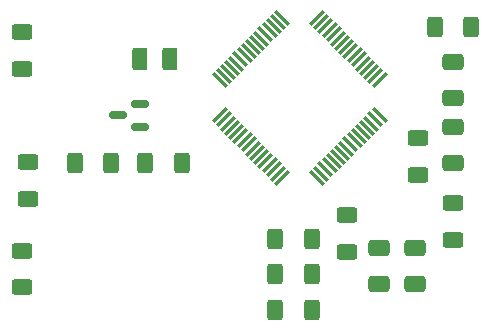
<source format=gbr>
G04 #@! TF.GenerationSoftware,KiCad,Pcbnew,9.0.2*
G04 #@! TF.CreationDate,2025-08-18T13:33:17+03:00*
G04 #@! TF.ProjectId,tickbox,7469636b-626f-4782-9e6b-696361645f70,rev?*
G04 #@! TF.SameCoordinates,Original*
G04 #@! TF.FileFunction,Paste,Top*
G04 #@! TF.FilePolarity,Positive*
%FSLAX46Y46*%
G04 Gerber Fmt 4.6, Leading zero omitted, Abs format (unit mm)*
G04 Created by KiCad (PCBNEW 9.0.2) date 2025-08-18 13:33:17*
%MOMM*%
%LPD*%
G01*
G04 APERTURE LIST*
G04 Aperture macros list*
%AMRoundRect*
0 Rectangle with rounded corners*
0 $1 Rounding radius*
0 $2 $3 $4 $5 $6 $7 $8 $9 X,Y pos of 4 corners*
0 Add a 4 corners polygon primitive as box body*
4,1,4,$2,$3,$4,$5,$6,$7,$8,$9,$2,$3,0*
0 Add four circle primitives for the rounded corners*
1,1,$1+$1,$2,$3*
1,1,$1+$1,$4,$5*
1,1,$1+$1,$6,$7*
1,1,$1+$1,$8,$9*
0 Add four rect primitives between the rounded corners*
20,1,$1+$1,$2,$3,$4,$5,0*
20,1,$1+$1,$4,$5,$6,$7,0*
20,1,$1+$1,$6,$7,$8,$9,0*
20,1,$1+$1,$8,$9,$2,$3,0*%
%AMRotRect*
0 Rectangle, with rotation*
0 The origin of the aperture is its center*
0 $1 length*
0 $2 width*
0 $3 Rotation angle, in degrees counterclockwise*
0 Add horizontal line*
21,1,$1,$2,0,0,$3*%
G04 Aperture macros list end*
%ADD10RoundRect,0.250000X0.650000X-0.412500X0.650000X0.412500X-0.650000X0.412500X-0.650000X-0.412500X0*%
%ADD11RoundRect,0.250000X0.400000X0.625000X-0.400000X0.625000X-0.400000X-0.625000X0.400000X-0.625000X0*%
%ADD12RoundRect,0.190500X0.444500X-0.762000X0.444500X0.762000X-0.444500X0.762000X-0.444500X-0.762000X0*%
%ADD13RoundRect,0.250000X0.625000X-0.400000X0.625000X0.400000X-0.625000X0.400000X-0.625000X-0.400000X0*%
%ADD14RoundRect,0.250000X-0.400000X-0.625000X0.400000X-0.625000X0.400000X0.625000X-0.400000X0.625000X0*%
%ADD15RoundRect,0.250000X-0.650000X0.412500X-0.650000X-0.412500X0.650000X-0.412500X0.650000X0.412500X0*%
%ADD16RotRect,0.300000X1.675000X225.000000*%
%ADD17RotRect,0.300000X1.675000X135.000000*%
%ADD18RoundRect,0.150000X0.587500X0.150000X-0.587500X0.150000X-0.587500X-0.150000X0.587500X-0.150000X0*%
%ADD19RoundRect,0.250000X-0.625000X0.400000X-0.625000X-0.400000X0.625000X-0.400000X0.625000X0.400000X0*%
G04 APERTURE END LIST*
D10*
X70250000Y-57812500D03*
X70250000Y-54687500D03*
D11*
X50550000Y-47500000D03*
X47450000Y-47500000D03*
D12*
X49500000Y-38750000D03*
X47000000Y-38750000D03*
D13*
X37500000Y-50550000D03*
X37500000Y-47450000D03*
D14*
X41450000Y-47500000D03*
X44550000Y-47500000D03*
D15*
X73500000Y-38937500D03*
X73500000Y-42062500D03*
D16*
X61976439Y-48779740D03*
X62329992Y-48426186D03*
X62683546Y-48072633D03*
X63037099Y-47719080D03*
X63390653Y-47365526D03*
X63744206Y-47011973D03*
X64097759Y-46658419D03*
X64451313Y-46304866D03*
X64804866Y-45951313D03*
X65158419Y-45597759D03*
X65511973Y-45244206D03*
X65865526Y-44890653D03*
X66219080Y-44537099D03*
X66572633Y-44183546D03*
X66926186Y-43829992D03*
X67279740Y-43476439D03*
D17*
X67279740Y-40523561D03*
X66926186Y-40170008D03*
X66572633Y-39816454D03*
X66219080Y-39462901D03*
X65865526Y-39109347D03*
X65511973Y-38755794D03*
X65158419Y-38402241D03*
X64804866Y-38048687D03*
X64451313Y-37695134D03*
X64097759Y-37341581D03*
X63744206Y-36988027D03*
X63390653Y-36634474D03*
X63037099Y-36280920D03*
X62683546Y-35927367D03*
X62329992Y-35573814D03*
X61976439Y-35220260D03*
D16*
X59023561Y-35220260D03*
X58670008Y-35573814D03*
X58316454Y-35927367D03*
X57962901Y-36280920D03*
X57609347Y-36634474D03*
X57255794Y-36988027D03*
X56902241Y-37341581D03*
X56548687Y-37695134D03*
X56195134Y-38048687D03*
X55841581Y-38402241D03*
X55488027Y-38755794D03*
X55134474Y-39109347D03*
X54780920Y-39462901D03*
X54427367Y-39816454D03*
X54073814Y-40170008D03*
X53720260Y-40523561D03*
D17*
X53720260Y-43476439D03*
X54073814Y-43829992D03*
X54427367Y-44183546D03*
X54780920Y-44537099D03*
X55134474Y-44890653D03*
X55488027Y-45244206D03*
X55841581Y-45597759D03*
X56195134Y-45951313D03*
X56548687Y-46304866D03*
X56902241Y-46658419D03*
X57255794Y-47011973D03*
X57609347Y-47365526D03*
X57962901Y-47719080D03*
X58316454Y-48072633D03*
X58670008Y-48426186D03*
X59023561Y-48779740D03*
D18*
X47000000Y-44450000D03*
X47000000Y-42550000D03*
X45125000Y-43500000D03*
D11*
X61550000Y-53960000D03*
X58450000Y-53960000D03*
D19*
X37000000Y-36450000D03*
X37000000Y-39550000D03*
D13*
X73500000Y-54050000D03*
X73500000Y-50950000D03*
X64500000Y-55050000D03*
X64500000Y-51950000D03*
D11*
X75050000Y-36000000D03*
X71950000Y-36000000D03*
D19*
X37000000Y-54950000D03*
X37000000Y-58050000D03*
X70500000Y-45450000D03*
X70500000Y-48550000D03*
D10*
X73500000Y-47562500D03*
X73500000Y-44437500D03*
X67250000Y-57812500D03*
X67250000Y-54687500D03*
D11*
X61550000Y-56960000D03*
X58450000Y-56960000D03*
X61550000Y-59960000D03*
X58450000Y-59960000D03*
M02*

</source>
